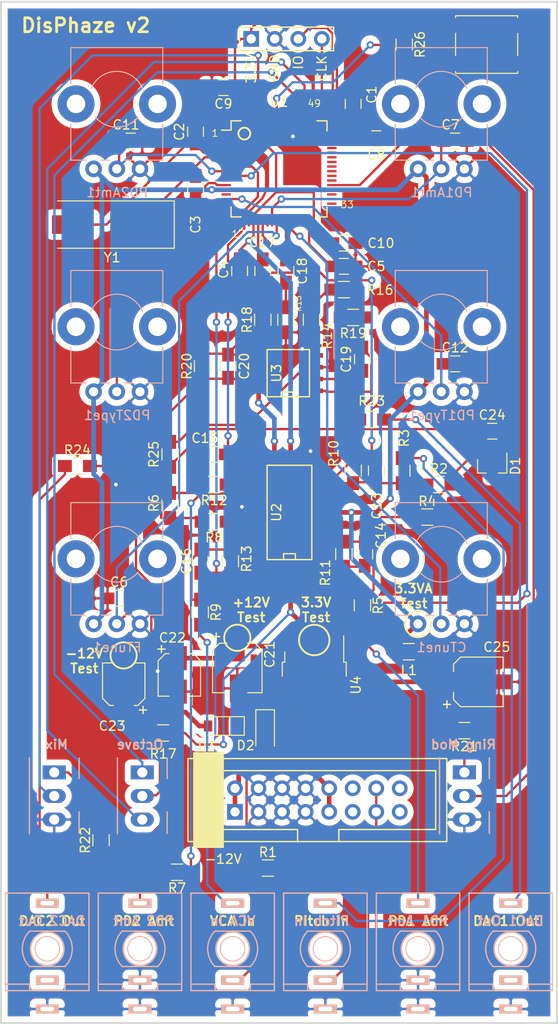
<source format=kicad_pcb>
(kicad_pcb (version 20221018) (generator pcbnew)
  (layers (0 "F.Cu" signal) (31 "B.Cu" signal) (34 "B.Paste" user) (35 "F.Paste" user) (36 "B.SilkS" user "B.Silkscreen") (37 "F.SilkS" user "F.Silkscreen") (38 "B.Mask" user) (39 "F.Mask" user) (44 "Edge.Cuts" user))
  (net 0 "")
  (net 1 "GND")
  (net 2 "+3V3")
  (net 3 "Net-(C2-Pad1)")
  (net 4 "Net-(C3-Pad1)")
  (net 5 "Net-(C5-Pad2)")
  (net 6 "FTUNE")
  (net 7 "PD1_POT")
  (net 8 "Net-(C8-Pad1)")
  (net 9 "PD2_POT")
  (net 10 "PD1_TYPE")
  (net 11 "Net-(C13-Pad1)")
  (net 12 "V_OCT_CV")
  (net 13 "PD1_CV")
  (net 14 "Net-(C14-Pad1)")
  (net 15 "PD2_CV")
  (net 16 "Net-(C15-Pad1)")
  (net 17 "VCA")
  (net 18 "Net-(C16-Pad1)")
  (net 19 "Net-(C17-Pad1)")
  (net 20 "DAC1_OUT")
  (net 21 "Net-(C18-Pad1)")
  (net 22 "DAC2_OUT")
  (net 23 "Net-(C19-Pad2)")
  (net 24 "Net-(C19-Pad1)")
  (net 25 "Net-(C20-Pad2)")
  (net 26 "Net-(C20-Pad1)")
  (net 27 "VCC")
  (net 28 "VEE")
  (net 29 "AREF_-5")
  (net 30 "SWCLK")
  (net 31 "SWDIO")
  (net 32 "CV_IN")
  (net 33 "Net-(J2-Pad3)")
  (net 34 "Net-(J3-Pad3)")
  (net 35 "Net-(J4-Pad3)")
  (net 36 "Net-(J5-Pad3)")
  (net 37 "Net-(J5-Pad2)")
  (net 38 "Net-(J6-Pad2)")
  (net 39 "Net-(J6-Pad3)")
  (net 40 "Net-(J7-Pad2)")
  (net 41 "Net-(J7-Pad3)")
  (net 42 "-12V")
  (net 43 "+12V")
  (net 44 "Net-(J8-Pad11)")
  (net 45 "Net-(J8-Pad12)")
  (net 46 "Net-(J8-Pad15)")
  (net 47 "Net-(J8-Pad16)")
  (net 48 "+3.3VA")
  (net 49 "Net-(R17-Pad1)")
  (net 50 "Net-(R21-Pad2)")
  (net 51 "Net-(R22-Pad2)")
  (net 52 "CTUNE")
  (net 53 "PD2_TYPE")
  (net 54 "DAC1_RING_MOD")
  (net 55 "DAC2_MIX")
  (net 56 "OCTAVE_UP")
  (net 57 "OCTAVE_DN")
  (net 58 "Net-(U1-Pad1)")
  (net 59 "Net-(U1-Pad2)")
  (net 60 "Net-(U1-Pad3)")
  (net 61 "Net-(U1-Pad4)")
  (net 62 "Net-(U1-Pad7)")
  (net 63 "Net-(U1-Pad11)")
  (net 64 "Net-(U1-Pad14)")
  (net 65 "Net-(U1-Pad22)")
  (net 66 "Net-(U1-Pad25)")
  (net 67 "Net-(U1-Pad28)")
  (net 68 "Net-(U1-Pad29)")
  (net 69 "Net-(U1-Pad30)")
  (net 70 "Net-(U1-Pad35)")
  (net 71 "Net-(U1-Pad36)")
  (net 72 "Net-(U1-Pad38)")
  (net 73 "Net-(U1-Pad39)")
  (net 74 "Net-(U1-Pad40)")
  (net 75 "Net-(U1-Pad41)")
  (net 76 "Net-(U1-Pad42)")
  (net 77 "Net-(U1-Pad43)")
  (net 78 "Net-(U1-Pad44)")
  (net 79 "Net-(U1-Pad45)")
  (net 80 "Net-(U1-Pad50)")
  (net 81 "Net-(U1-Pad52)")
  (net 82 "Net-(U1-Pad54)")
  (net 83 "Net-(U1-Pad55)")
  (net 84 "Net-(U1-Pad56)")
  (net 85 "Net-(U1-Pad58)")
  (net 86 "Net-(U1-Pad59)")
  (net 87 "Net-(U1-Pad60)")
  (net 88 "Net-(U1-Pad62)")
  (net 89 "Net-(U1-Pad33)")
  (net 90 "Net-(U1-Pad34)")
  (net 91 "Calibration")
  (net 92 "Net-(R26-Pad2)")
  (footprint "Capacitors_SMD:C_0805_HandSoldering" (layer "F.Cu") (at 138 61 90)
    (fp_text reference "C1")
    (fp_text value "100nF")
  )
  (footprint "Capacitors_SMD:C_0805_HandSoldering" (layer "F.Cu") (at 121 64 90)
    (fp_text reference "C2")
    (fp_text value "18pF")
  )
  (footprint "Capacitors_SMD:C_0805_HandSoldering" (layer "F.Cu") (at 121 70 -90)
    (fp_text reference "C3")
    (fp_text value "18pF")
  )
  (footprint "Capacitors_SMD:C_0805_HandSoldering" (layer "F.Cu") (at 137 78.5 180)
    (fp_text reference "C5")
    (fp_text value "2.2uF")
  )
  (footprint "Capacitors_SMD:C_0805_HandSoldering" (layer "F.Cu") (at 112.75 114.25 180)
    (fp_text reference "C6")
    (fp_text value "100nF")
  )
  (footprint "Capacitors_SMD:C_0805_HandSoldering" (layer "F.Cu") (at 149 65)
    (fp_text reference "C7")
    (fp_text value "100nF")
  )
  (footprint "Capacitors_SMD:C_0805_HandSoldering" (layer "F.Cu") (at 140.5 64.75)
    (fp_text reference "C8")
    (fp_text value "2.2uF")
  )
  (footprint "Capacitors_SMD:C_0805_HandSoldering" (layer "F.Cu") (at 124 59.25 180)
    (fp_text reference "C9")
    (fp_text value "100nF")
  )
  (footprint "Capacitors_SMD:C_0805_HandSoldering" (layer "F.Cu") (at 137 76)
    (fp_text reference "C10")
    (fp_text value "100nF")
  )
  (footprint "Capacitors_SMD:C_0805_HandSoldering" (layer "F.Cu") (at 114 65)
    (fp_text reference "C11")
    (fp_text value "100nF")
  )
  (footprint "Capacitors_SMD:C_0805_HandSoldering" (layer "F.Cu") (at 149 89)
    (fp_text reference "C12")
    (fp_text value "100nF")
  )
  (footprint "Capacitors_SMD:C_0805_HandSoldering" (layer "F.Cu") (at 140.5 100.5 90)
    (fp_text reference "C13")
    (fp_text value "1.5nF")
  )
  (footprint "Capacitors_SMD:C_0805_HandSoldering" (layer "F.Cu") (at 139.25 109.5 -90)
    (fp_text reference "C14")
    (fp_text value "2.2nF")
  )
  (footprint "Capacitors_SMD:C_0805_HandSoldering" (layer "F.Cu") (at 123 98.75)
    (fp_text reference "C15")
    (fp_text value "2.2nF")
  )
  (footprint "Capacitors_SMD:C_0805_HandSoldering" (layer "F.Cu") (at 128.25 79 90)
    (fp_text reference "C17")
    (fp_text value "10uF")
  )
  (footprint "Capacitors_SMD:C_0805_HandSoldering" (layer "F.Cu") (at 130.75 79 90)
    (fp_text reference "C18")
    (fp_text value "10uF")
  )
  (footprint "Capacitors_SMD:C_0805_HandSoldering" (layer "F.Cu") (at 139 88.5 90)
    (fp_text reference "C19")
    (fp_text value "18pF")
  )
  (footprint "Capacitors_SMD:C_0805_HandSoldering" (layer "F.Cu") (at 124.5 89.25 -90)
    (fp_text reference "C20")
    (fp_text value "18pF")
  )
  (footprint "Capacitors_SMD:C_0805_HandSoldering" (layer "F.Cu") (at 153 96.25)
    (fp_text reference "C24")
    (fp_text value "100nF")
  )
  (footprint "Custom_Footprints:Eurorack_16_pin_header" (layer "F.Cu") (at 125.25 137.25)
    (fp_text reference "J8" hide)
    (fp_text value "Eurorack_16_pin_power" hide)
  )
  (footprint "Resistors_SMD:R_0805_HandSoldering" (layer "F.Cu") (at 144 120)
    (fp_text reference "L1")
    (fp_text value "L")
  )
  (footprint "Resistors_SMD:R_0805_HandSoldering" (layer "F.Cu") (at 128.8 143.3)
    (fp_text reference "R1")
    (fp_text value "47k")
  )
  (footprint "Resistors_SMD:R_0805_HandSoldering" (layer "F.Cu") (at 147.25 102)
    (fp_text reference "R2")
    (fp_text value "82k")
  )
  (footprint "Resistors_SMD:R_0805_HandSoldering" (layer "F.Cu") (at 143.25 100.5 90)
    (fp_text reference "R3")
    (fp_text value "100k")
  )
  (footprint "Resistors_SMD:R_0805_HandSoldering" (layer "F.Cu") (at 146 105.5)
    (fp_text reference "R4")
    (fp_text value "91k")
  )
  (footprint "Resistors_SMD:R_0805_HandSoldering" (layer "F.Cu") (at 139 115 -90)
    (fp_text reference "R5")
    (fp_text value "100k")
  )
  (footprint "Resistors_SMD:R_0805_HandSoldering" (layer "F.Cu") (at 118.25 104.25 -90)
    (fp_text reference "R6")
    (fp_text value "68k")
  )
  (footprint "Resistors_SMD:R_0805_HandSoldering" (layer "F.Cu") (at 119 143.75 180)
    (fp_text reference "R7")
    (fp_text value "100k")
  )
  (footprint "Resistors_SMD:R_0805_HandSoldering" (layer "F.Cu") (at 123 106 180)
    (fp_text reference "R8")
    (fp_text value "68k")
  )
  (footprint "Resistors_SMD:R_0805_HandSoldering" (layer "F.Cu") (at 121.5 115.75 -90)
    (fp_text reference "R9")
    (fp_text value "100k")
  )
  (footprint "Resistors_SMD:R_0805_HandSoldering" (layer "F.Cu") (at 138 100.5 -90)
    (fp_text reference "R10")
    (fp_text value "47k")
  )
  (footprint "Resistors_SMD:R_0805_HandSoldering" (layer "F.Cu") (at 137 109.5 90)
    (fp_text reference "R11")
    (fp_text value "56k")
  )
  (footprint "Resistors_SMD:R_0805_HandSoldering" (layer "F.Cu") (at 123 102 180)
    (fp_text reference "R12")
    (fp_text value "47k")
  )
  (footprint "Resistors_SMD:R_0805_HandSoldering" (layer "F.Cu") (at 124.75 110.25 90)
    (fp_text reference "R13")
    (fp_text value "47k")
  )
  (footprint "Resistors_SMD:R_0805_HandSoldering" (layer "F.Cu") (at 133.5 84.25 -90)
    (fp_text reference "R14")
    (fp_text value "47k")
  )
  (footprint "Resistors_SMD:R_0805_HandSoldering" (layer "F.Cu") (at 137 81 180)
    (fp_text reference "R16")
    (fp_text value "6.8k")
  )
  (footprint "Resistors_SMD:R_0805_HandSoldering" (layer "F.Cu") (at 117.5 128.75)
    (fp_text reference "R17")
    (fp_text value "680R")
  )
  (footprint "Resistors_SMD:R_0805_HandSoldering" (layer "F.Cu") (at 128.25 84.25 90)
    (fp_text reference "R18")
    (fp_text value "6.8k")
  )
  (footprint "Resistors_SMD:R_0805_HandSoldering" (layer "F.Cu") (at 121.75 89.25 90)
    (fp_text reference "R20")
    (fp_text value "68k")
  )
  (footprint "Resistors_SMD:R_0805_HandSoldering" (layer "F.Cu") (at 150 128.5 180)
    (fp_text reference "R21")
    (fp_text value "680R")
  )
  (footprint "Resistors_SMD:R_0805_HandSoldering" (layer "F.Cu") (at 110.8 140.3 90)
    (fp_text reference "R22")
    (fp_text value "680R")
  )
  (footprint "Resistors_SMD:R_0805_HandSoldering" (layer "F.Cu") (at 140 95 180)
    (fp_text reference "R23")
    (fp_text value "1k")
  )
  (footprint "Resistors_SMD:R_0805_HandSoldering" (layer "F.Cu") (at 108.25 100)
    (fp_text reference "R24")
    (fp_text value "1k")
  )
  (footprint "Package_QFP:LQFP-64_10x10mm_P0.5mm" (layer "F.Cu") (at 130 68)
    (fp_text reference "U1")
    (fp_text value "STM32F405RGTx")
  )
  (footprint "SMD_Packages:SOIC-14_N" (layer "F.Cu") (at 131 105 90)
    (fp_text reference "U2")
    (fp_text value "MCP6004")
  )
  (footprint "SMD_Packages:SOIC-8-N" (layer "F.Cu") (at 131 90 90)
    (fp_text reference "U3")
    (fp_text value "TL072")
  )
  (footprint "Custom_Footprints:Crystal_SMD" (layer "F.Cu") (at 112 74 180)
    (fp_text reference "Y1")
    (fp_text value "Crystal")
  )
  (footprint "Custom_Footprints:SWD_header" (layer "F.Cu") (at 127 54)
    (fp_text reference "J1" hide)
    (fp_text value "SWD_Header")
  )
  (footprint "TO_SOT_Packages_SMD:SOT-23" (layer "F.Cu") (at 153 100 -90)
    (fp_text reference "D1")
    (fp_text value "LM4040DBZ-5")
  )
  (footprint "Diodes_SMD:D_SOD-123" (layer "F.Cu") (at 124 128 180)
    (fp_text reference "D3")
    (fp_text value "1N5819")
  )
  (footprint "Diodes_SMD:D_SOD-123" (layer "F.Cu") (at 128.5 128.5 -90)
    (fp_text reference "D2")
    (fp_text value "1N5819")
  )
  (footprint "Resistors_SMD:R_0805_HandSoldering" (layer "F.Cu") (at 118.25 98.75 -90)
    (fp_text reference "R25")
    (fp_text value "2.2k")
  )
  (footprint "Resistors_SMD:R_0805_HandSoldering" (layer "F.Cu") (at 138 84 180)
    (fp_text reference "R19")
    (fp_text value "68k")
  )
  (footprint "Capacitors_SMD:CP_Elec_5x5.8" (layer "F.Cu") (at 125.5 121.75 -90)
    (fp_text reference "C21")
    (fp_text value "47uF")
  )
  (footprint "Capacitors_SMD:CP_Elec_4x5.8" (layer "F.Cu") (at 119.25 122.5 -90)
    (fp_text reference "C22")
    (fp_text value "22uF")
  )
  (footprint "Capacitors_SMD:CP_Elec_4x5.8" (layer "F.Cu") (at 113.25 123.5 90)
    (fp_text reference "C23")
    (fp_text value "22uF")
  )
  (footprint "Capacitors_SMD:CP_Elec_5x5.8" (layer "F.Cu") (at 151.5 123.25)
    (fp_text reference "C25")
    (fp_text value "47uF")
  )
  (footprint "Resistors_SMD:R_0805_HandSoldering" (layer "F.Cu") (at 130.75 84.25 -90)
    (fp_text reference "R15")
    (fp_text value "47k")
  )
  (footprint "Capacitors_SMD:C_0805_HandSoldering" (layer "F.Cu") (at 121.5 110.25 -90)
    (fp_text reference "C16")
    (fp_text value "1.5nF")
  )
  (footprint "Capacitors_SMD:C_0805_HandSoldering" (layer "F.Cu") (at 125.75 79 -90)
    (fp_text reference "C4")
    (fp_text value "100nF")
  )
  (footprint "TO_SOT_Packages_SMD:TO-252-3_TabPin2" (layer "F.Cu") (at 133.8 123.6 -90)
    (fp_text reference "U4")
    (fp_text value "LM1117-3.3")
  )
  (footprint "Custom_Footprints:SW_SPST_EVQQ2" (layer "F.Cu") (at 152.4 54.61)
    (fp_text reference "SW4" hide)
    (fp_text value "SW_Push")
  )
  (footprint "Resistors_SMD:R_0805_HandSoldering" (layer "F.Cu") (at 143.51 54.61 -90)
    (fp_text reference "R26")
    (fp_text value "680R")
  )
  (footprint "Custom_Footprints:THONKICONN_hole" (layer "B.Cu") (at 135 152 180)
    (fp_text reference "J2" hide)
    (fp_text value "PItch_In" hide)
  )
  (footprint "Custom_Footprints:THONKICONN_hole" (layer "B.Cu") (at 145 152 180)
    (fp_text reference "J3" hide)
    (fp_text value "PD1_Amt_In" hide)
  )
  (footprint "Custom_Footprints:THONKICONN_hole" (layer "B.Cu") (at 115 152 180)
    (fp_text reference "J4" hide)
    (fp_text value "PD2_Amt_In" hide)
  )
  (footprint "Custom_Footprints:THONKICONN_hole" (layer "B.Cu") (at 125 152 180)
    (fp_text reference "J5" hide)
    (fp_text value "VCA_In" hide)
  )
  (footprint "Custom_Footprints:THONKICONN_hole" (layer "B.Cu") (at 155 152 180)
    (fp_text reference "J6" hide)
    (fp_text value "DAC1_Out" hide)
  )
  (footprint "Custom_Footprints:THONKICONN_hole" (layer "B.Cu") (at 105 152 180)
    (fp_text reference "J7" hide)
    (fp_text value "DAC2_Out" hide)
  )
  (footprint "Custom_Footprints:SPDTSubMiniature" (layer "B.Cu") (at 150 133 -90)
    (fp_text reference "SW1" hide)
    (fp_text value "DAC1_RingMod_Switch")
  )
  (footprint "Custom_Footprints:SPDTSubMiniature" (layer "B.Cu") (at 105.75 133 -90)
    (fp_text reference "SW2" hide)
    (fp_text value "DAC2_Mix_Switch")
  )
  (footprint "Custom_Footprints:SPDTSubMiniature" (layer "B.Cu") (at 115.25 133 -90)
    (fp_text reference "SW3" hide)
    (fp_text value "Octave_Switch")
  )
  (footprint "Custom_Footprints:Alpha_9mm_Potentiometer" (layer "B.Cu") (at 145 117 90)
    (fp_text reference "CTune1")
    (fp_text value "B10k")
  )
  (footprint "Custom_Footprints:Alpha_9mm_Potentiometer" (layer "B.Cu") (at 110 117 90)
    (fp_text reference "FTune1")
    (fp_text value "B10k")
  )
  (footprint "Custom_Footprints:Alpha_9mm_Potentiometer" (layer "B.Cu") (at 145 68 90)
    (fp_text reference "PD1Amt1")
    (fp_text value "B10k")
  )
  (footprint "Custom_Footprints:Alpha_9mm_Potentiometer" (layer "B.Cu") (at 145 92 90)
    (fp_text reference "PD1Type1")
    (fp_text value "B10k")
  )
  (footprint "Custom_Footprints:Alpha_9mm_Potentiometer" (layer "B.Cu") (at 110 68 90)
    (fp_text reference "PD2Amt1")
    (fp_text value "B10k")
  )
  (footprint "Custom_Footprints:Alpha_9mm_Potentiometer" (layer "B.Cu") (at 110 92 90)
    (fp_text reference "PD2Type1")
    (fp_text value "B10k")
  )
  (footprint "Custom_Footprints:SPDTSubMiniature" (layer "B.Cu") (at 150 133 -90)
    (fp_text reference "SW1" hide)
    (fp_text value "DAC1_RingMod_Switch")
  )
  (footprint "Custom_Footprints:SPDTSubMiniature" (layer "B.Cu") (at 150 133 -90)
    (fp_text reference "SW1" hide)
    (fp_text value "DAC1_RingMod_Switch")
  )
  (gr_circle (center 113.235787 120.4) (end 114.235787 121.4) (stroke (width 0.2)) (fill none) (layer "F.SilkS"))
  (gr_circle (center 126.259688 64.2) (end 126.759688 64.6) (stroke (width 0.2)) (fill none) (layer "F.SilkS"))
  (gr_circle (center 133.8 118.742322) (end 134.8 120.045097) (stroke (width 0.2)) (fill none) (layer "F.SilkS"))
  (gr_circle (center 125.5 118.5) (end 126.5 119.5) (stroke (width 0.2)) (fill none) (layer "F.SilkS"))
  (gr_circle (center 144.985787 117) (end 145.985787 118) (stroke (width 0.2)) (fill none) (layer "F.SilkS"))
  (gr_line (start 100 160) (end 160 160) (stroke (width 0.2)) (layer "Edge.Cuts"))
  (gr_line (start 160 50) (end 160 160) (stroke (width 0.2)) (layer "Edge.Cuts"))
  (gr_line (start 100 50) (end 160 50) (stroke (width 0.2)) (layer "Edge.Cuts"))
  (gr_line (start 100 50) (end 100 160) (stroke (width 0.2)) (layer "Edge.Cuts"))
  (gr_text "DAC1 Out" (at 155 149) (layer "B.SilkS") (effects (font (size 1 1) (thickness 0.2)) (justify mirror)))
  (gr_text "PD1 Amt" (at 145 149) (layer "B.SilkS") (effects (font (size 1 1) (thickness 0.2)) (justify mirror)))
  (gr_text "Pitch In" (at 134.6 149) (layer "B.SilkS") (effects (font (size 1 1) (thickness 0.2)) (justify mirror)))
  (gr_text "VCA In" (at 125 149) (layer "B.SilkS") (effects (font (size 1 1) (thickness 0.2)) (justify mirror)))
  (gr_text "PD2 Amt" (at 115.4 149) (layer "B.SilkS") (effects (font (size 1 1) (thickness 0.2)) (justify mirror)))
  (gr_text "DAC2 Out" (at 105.5 149) (layer "B.SilkS") (effects (font (size 1 1) (thickness 0.2)) (justify mirror)))
  (gr_text "Ring Mod" (at 149.9 130) (layer "B.SilkS") (effects (font (size 1 1) (thickness 0.2)) (justify mirror)))
  (gr_text "Octave" (at 115 130) (layer "B.SilkS") (effects (font (size 1 1) (thickness 0.2)) (justify mirror)))
  (gr_text "Mix" (at 106 130) (layer "B.SilkS") (effects (font (size 1 1) (thickness 0.2)) (justify mirror)))
  (gr_text "PD2 Amt" (at 115.4 149) (layer "F.SilkS") (effects (font (size 1 1) (thickness 0.2))))
  (gr_text "PD1 Amt" (at 145 149) (layer "F.SilkS") (effects (font (size 1 1) (thickness 0.2))))
  (gr_text "DAC1 Out" (at 154.5 149) (layer "F.SilkS") (effects (font (size 1 1) (thickness 0.2))))
  (gr_text "VCA In" (at 125 149) (layer "F.SilkS") (effects (font (size 1 1) (thickness 0.2))))
  (gr_text "Pitch In" (at 134.6 149) (layer "F.SilkS") (effects (font (size 1 1) (thickness 0.2))))
  (gr_text "+12V\nTest" (at 127 115.5) (layer "F.SilkS") (effects (font (size 1 1) (thickness 0.2))))
  (gr_text "3.3VA\nTest" (at 144.5 114) (layer "F.SilkS") (effects (font (size 1 1) (thickness 0.2))))
  (gr_text "3.3V\nTest" (at 134 115.5) (layer "F.SilkS") (effects (font (size 1 1) (thickness 0.2))))
  (gr_text "17" (at 125.6 75) (layer "F.SilkS") (effects (font (size 0.75 0.75) (thickness 0.1))))
  (gr_text "33" (at 137.35 71.85) (layer "F.SilkS") (effects (font (size 0.75 0.75) (thickness 0.1))))
  (gr_text "49" (at 133.8 60.95) (layer "F.SilkS") (effects (font (size 0.75 0.75) (thickness 0.1))))
  (gr_text "1" (at 123.1 64.15) (layer "F.SilkS") (effects (font (size 0.75 0.75) (thickness 0.1))))
  (gr_text "DisPhaze v2" (at 109.15 52.55) (layer "F.SilkS") (effects (font (size 1.5 1.5) (thickness 0.3))))
  (gr_text "-12V\nTest" (at 109 121) (layer "F.SilkS") (effects (font (size 1 1) (thickness 0.2))))
  (gr_text "DAC2 Out" (at 105.5 149) (layer "F.SilkS") (effects (font (size 1 1) (thickness 0.2))))
  (segment (start 121 71.125) (end 121 71.25) (width 0.25) (layer "F.Cu") (net 1))
  (segment (start 124.3 69.75) (end 123.323002 69.75) (width 0.25) (layer "F.Cu") (net 1))
  (segment (start 126.75 62.3) (end 126.75 62.91359) (width 0.25) (layer "F.Cu") (net 1))
  (segment (start 127.33641 63.5) (end 128 63.5) (width 0.25) (layer "F.Cu") (net 1))
  (segment (start 121.875 70.051998) (end 121.875 70.25) (width 0.25) (layer "F.Cu") (net 1))
  (segment (start 123.098001 69.524999) (end 122.401999 69.524999) (width 0.25) (layer "F.Cu") (net 1))
  (segment (start 122.401999 69.524999) (end 121.875 70.051998) (width 0.25) (layer "F.Cu") (net 1))
  (segment (start 123.323002 69.75) (end 123.098001 69.524999) (width 0.25) (layer "F.Cu") (net 1))
  (segment (start 126.75 62.91359) (end 127.33641 63.5) (width 0.25) (layer "F.Cu") (net 1))
  (segment (start 126.75 73.7) (end 126.75 72.626408) (width 0.25) (layer "F.Cu") (net 1))
  (segment (start 121.875 70.25) (end 121 71.125) (width 0.25) (layer "F.Cu") (net 1))
  (segment (start 126.75 72.626408) (end 128.175011 71.201397) (width 0.25) (layer "F.Cu") (net 1))
  (segment (start 128.175011 71.201397) (end 128.5 70.6) (width 0.25) (layer "F.Cu") (net 1))
  (via (at 112.4 102) (size 0.8) (drill 0.4) (layers "F.Cu" "B.Cu") (net 1))
  (via (at 116.9 122.1) (size 0.8) (drill 0.4) (layers "F.Cu" "B.Cu") (net 1))
  (via (at 126 104.4) (size 0.8) (drill 0.4) (layers "F.Cu" "B.Cu") (net 1))
  (via (at 132.5 87.4) (size 0.8) (drill 0.4) (layers "F.Cu" "B.Cu") (net 1))
  (via (at 131.5 64.5) (size 0.8) (drill 0.4) (layers "F.Cu" "B.Cu") (net 1))
  (via (at 133.4 98.4) (size 0.8) (drill 0.4) (layers "F.Cu" "B.Cu") (net 1))
  (segment (start 151.35 128.5) (end 151.35 124.6) (width 0.5) (layer "F.Cu") (net 2))
  (segment (start 145.35 120) (end 145.35 123.25) (width 0.5) (layer "F.Cu") (net 2))
  (segment (start 135.370401 52.374989) (end 127.525011 52.374989) (width 0.25) (layer "F.Cu") (net 2))
  (segment (start 136.3 124.3) (end 134 126.6) (width 0.5) (layer "F.Cu") (net 2))
  (segment (start 127 52.9) (end 127 54) (width 0.25) (layer "F.Cu") (net 2))
  (segment (start 138 62.375) (end 138 62.25) (width 0.25) (layer "F.Cu") (net 2))
  (segment (start 137.125 62.25) (end 136.245011 61.370011) (width 0.25) (layer "F.Cu") (net 2))
  (segment (start 127.525011 52.374989) (end 127 52.9) (width 0.25) (layer "F.Cu") (net 2))
  (segment (start 127.25 72.95) (end 129.689998 70.510002) (width 0.25) (layer "F.Cu") (net 2))
  (segment (start 136.245011 61.370011) (end 136.24501 53.249598) (width 0.25) (layer "F.Cu") (net 2))
  (segment (start 136.255412 53.26) (end 136.24501 53.249598) (width 0.25) (layer "F.Cu") (net 2))
  (segment (start 133.75 73.7) (end 133.75 70.510002) (width 0.25) (layer "F.Cu") (net 2))
  (segment (start 131.25 97.3) (end 131.25 115.75) (width 0.5) (layer "F.Cu") (net 2))
  (segment (start 126.25 63.05) (end 129.689998 66.489998) (width 0.25) (layer "F.Cu") (net 2))
  (segment (start 150 123.25) (end 149.3 123.25) (width 0.5) (layer "F.Cu") (net 2))
  (segment (start 126.25 61.925) (end 125.25 60.925) (width 0.25) (layer "F.Cu") (net 2))
  (segment (start 126.75 75.75) (end 127.25 75.25) (width 0.25) (layer "F.Cu") (net 2))
  (segment (start 118.85 128.75) (end 118.85 136.985002) (width 0.25) (layer "F.Cu") (net 2))
  (segment (start 133.8 119.4) (end 133.8 118.3) (width 0.5) (layer "F.Cu") (net 2))
  (segment (start 135.7 64.25) (end 136.125 64.25) (width 0.25) (layer "F.Cu") (net 2))
  (segment (start 126.25 62.3) (end 126.25 61.925) (width 0.25) (layer "F.Cu") (net 2))
  (segment (start 125.75 77.75) (end 125.75 76.75) (width 0.25) (layer "F.Cu") (net 2))
  (segment (start 118.85 136.985002) (end 114.185002 141.65) (width 0.25) (layer "F.Cu") (net 2))
  (segment (start 127.25 75.25) (end 127.25 73.7) (width 0.25) (layer "F.Cu") (net 2))
  (segment (start 126.25 62.3) (end 126.25 63.05) (width 0.25) (layer "F.Cu") (net 2))
  (segment (start 114.185002 141.65) (end 110.8 141.65) (width 0.25) (layer "F.Cu") (net 2))
  (segment (start 138 62.25) (end 137.125 62.25) (width 0.25) (layer "F.Cu") (net 2))
  (segment (start 126.25 63.010002) (end 126.25 62.3) (width 0.25) (layer "F.Cu") (net 2))
  (segment (start 118.85 128.75) (end 119.85 128.75) (width 0.25) (layer "F.Cu") (net 2))
  (segment (start 125.75 76.75) (end 126.75 75.75) (width 0.25) (layer "F.Cu") (net 2))
  (segment (start 119.85 128.75) (end 121.1 130) (width 0.25) (layer "F.Cu") (net 2))
  (segment (start 129.689998 70.510002) (end 133.75 70.510002) (width 0.25) (layer "F.Cu") (net 2))
  (segment (start 135.675 76) (end 135.75 76) (width 0.25) (layer "F.Cu") (net 2))
  (segment (start 133.75 74.075) (end 135.675 76) (width 0.25) (layer "F.Cu") (net 2))
  (segment (start 136.24501 53.249598) (end 135.370401 52.374989) (width 0.25) (layer "F.Cu") (net 2))
  (segment (start 129.689998 66.489998) (end 129.689998 70.510002) (width 0.25) (layer "F.Cu") (net 2))
  (segment (start 121.1 130) (end 124 130) (width 0.25) (layer "F.Cu") (net 2))
  (segment (start 145.35 123.25) (end 136.25 123.25) (width 0.5) (layer "F.Cu") (net 2))
  (segment (start 143.51 53.26) (end 136.255412 53.26) (width 0.25) (layer "F.Cu") (net 2))
  (segment (start 136.25 123.25) (end 133.8 125.7) (width 0.5) (layer "F.Cu") (net 2))
  (segment (start 125.9 54) (end 127 54) (width 0.25) (layer "F.Cu") (net 2))
  (segment (start 151.35 124.6) (end 150 123.25) (width 0.5) (layer "F.Cu") (net 2))
  (segment (start 133.8 119.4) (end 133.8 125.7) (width 0.5) (layer "F.Cu") (net 2))
  (segment (start 125.25 60.925) (end 125.25 59.25) (width 0.25) (layer "F.Cu") (net 2))
  (segment (start 136.125 64.25) (end 138 62.375) (width 0.25) (layer "F.Cu") (net 2))
  (segment (start 133.8 118.3) (end 131.25 115.75) (width 0.5) (layer "F.Cu") (net 2))
  (segment (start 127.25 73.7) (end 127.25 72.95) (width 0.25) (layer "F.Cu") (net 2))
  (segment (start 149.3 123.25) (end 145.35 123.25) (width 0.5) (layer "F.Cu") (net 2))
  (segment (start 125.25 59.25) (end 125.25 54.65) (width 0.25) (layer "F.Cu") (net 2))
  (segment (start 125.25 54.65) (end 125.9 54) (width 0.25) (layer "F.Cu") (net 2))
  (segment (start 133.75 73.7) (end 133.75 74.075) (width 0.25) (layer "F.Cu") (net 2))
  (via (at 131.25 97.3) (size 0.8) (drill 0.4) (layers "F.Cu" "B.Cu") (net 2))
  (via (at 124 130) (size 0.8) (drill 0.4) (layers "F.Cu" "B.Cu") (net 2))
  (via (at 126.75 75.75) (size 0.8) (drill 0.4) (layers "F.Cu" "B.Cu") (net 2))
  (via (at 131.25 115.75) (size 0.8) (drill 0.4) (layers "F.Cu" "B.Cu") (net 2))
  (segment (start 131.25 80.25) (end 126.75 75.75) (width 0.5) (layer "B.Cu") (net 2))
  (segment (start 124 130) (end 124 123) (width 0.25) (layer "B.Cu") (net 2))
  (segment (start 131.25 97.3) (end 131.25 80.25) (width 0.5) (layer "B.Cu") (net 2))
  (segment (start 124 123) (end 131.25 115.75) (width 0.25) (layer "B.Cu") (net 2))
  (segment (start 121 65.375) (end 121 65.25) (width 0.25) (layer "F.Cu") (net 3))
  (segment (start 121 65.25) (end 120.125 65.25) (width 0.25) (layer "F.Cu") (net 3))
  (segment (start 111.375 74) (end 107.75 74) (width 0.25) (layer "F.Cu") (net 3))
  (segment (start 120.125 65.25) (end 111.375 74) (width 0.25) (layer "F.Cu") (net 3))
  (segment (start 124.3 66.25) (end 121.875 66.25) (width 0.25) (layer "F.Cu") (net 3))
  (segment (start 121.875 66.25) (end 121 65.375) (width 0.25) (layer "F.Cu") (net 3))
  (segment (start 121 67.75) (end 122 66.75) (width 0.25) (layer "F.Cu") (net 4))
  (segment (start 120.125 68.75) (end 116.25 72.625) (width 0.25) (layer "F.Cu") (net 4))
  (segment (start 116.25 72.625) (end 116.25 74) (width 0.25) (layer "F.Cu") (net 4))
  (segment (start 121 68.75) (end 121 67.75) (width 0.25) (layer "F.Cu") (net 4))
  (segment (start 122 66.75) (end 124.3 66.75) (width 0.25) (layer "F.Cu") (net 4))
  (segment (start 121 68.75) (end 120.125 68.75) (width 0.25) (layer "F.Cu") (net 4))
  (segment (start 133.25 73.7) (end 133.25 76.125) (width 0.25) (layer "F.Cu") (net 5))
  (segment (start 133.25 76.125) (end 135.625 78.5) (width 0.25) (layer "F.Cu") (net 5))
  (segment (start 135.625 78.5) (end 135.75 78.5) (width 0.25) (layer "F.Cu") (net 5))
  (segment (start 112.5 117) (end 114 115.5) (width 0.25) (layer "F.Cu") (net 6))
  (segment (start 129.75 73.7) (end 129.75 75.15) (width 0.25) (layer "F.Cu") (net 6))
  (segment (start 129.75 75.15) (end 129.7 75.2) (width 0.25) (layer "F.Cu") (net 6))
  (segment (start 114 115.5) (end 114 114.25) (width 0.25) (layer "F.Cu") (net 6))
  (via (at 129.7 75.2) (size 0.8) (drill 0.4) (layers "F.Cu" "B.Cu") (net 6))
  (segment (start 129.300001 74.800001) (end 126.626997 74.800001) (width 0.25) (layer "B.Cu") (net 6))
  (segment (start 126.626997 74.800001) (end 119.225001 82.201997) (width 0.25) (layer "B.Cu") (net 6))
  (segment (start 129.7 75.2) (end 129.300001 74.800001) (width 0.25) (layer "B.Cu") (net 6))
  (segment (start 119.225001 104.233997) (end 112.5 110.958998) (width 0.25) (layer "B.Cu") (net 6))
  (segment (start 119.225001 82.201997) (end 119.225001 104.233997) (width 0.25) (layer "B.Cu") (net 6))
  (segment (start 112.5 110.958998) (end 112.5 117) (width 0.25) (layer "B.Cu") (net 6))
  (segment (start 129.25 72.25) (end 130.25 71.25) (width 0.25) (layer "F.Cu") (net 7))
  (segment (start 147.5 68) (end 147.5 65.25) (width 0.25) (layer "F.Cu") (net 7))
  (segment (start 147.5 65.25) (end 147.75 65) (width 0.25) (layer "F.Cu") (net 7))
  (segment (start 129.25 73.7) (end 129.25 72.25) (width 0.25) (layer "F.Cu") (net 7))
  (via (at 130.25 71.25) (size 0.8) (drill 0.4) (layers "F.Cu" "B.Cu") (net 7))
  (segment (start 130.25 71.25) (end 144 71.25) (width 0.25) (layer "B.Cu") (net 7))
  (segment (start 146.600001 68.899999) (end 147.5 68) (width 0.25) (layer "B.Cu") (net 7))
  (segment (start 144 71.25) (end 146.600001 68.899999) (width 0.25) (layer "B.Cu") (net 7))
  (segment (start 135.7 64.75) (end 139.25 64.75) (width 0.25) (layer "F.Cu") (net 8))
  (segment (start 112.75 65) (end 112.75 67.75) (width 0.25) (layer "F.Cu") (net 9))
  (segment (start 124.3 68.25) (end 122.75 68.25) (width 0.25) (layer "F.Cu") (net 9))
  (segment (start 112.75 67.75) (end 112.5 68) (width 0.25) (layer "F.Cu") (net 9))
  (via (at 122.75 68.25) (size 0.8) (drill 0.4) (layers "F.Cu" "B.Cu") (net 9))
  (segment (start 121 66.5) (end 114 66.5) (width 0.25) (layer "B.Cu") (net 9))
  (segment (start 114 66.5) (end 112.5 68) (width 0.25) (layer "B.Cu") (net 9))
  (segment (start 122.75 68.25) (end 121 66.5) (width 0.25) (layer "B.Cu") (net 9))
  (segment (start 147.5 92) (end 147.5 89.25) (width 0.25) (layer "F.Cu") (net 10))
  (segment (start 124.3 71.25) (end 126 71.25) (width 0.25) (layer "F.Cu") (net 10))
  (segment (start 147.5 89.25) (end 147.75 89) (width 0.25) (layer "F.Cu") (net 10))
  (via (at 126 71.25) (size 0.8) (drill 0.4) (layers "F.Cu" "B.Cu") (net 10))
  (segment (start 127.850009 72.100009) (end 133.641011 72.100009) (width 0.25) (layer "B.Cu") (net 10))
  (segment (start 133.641011 72.100009) (end 147.5 85.958998) (width 0.25) (layer "B.Cu") (net 10))
  (segment (start 126 71.25) (end 127.850009 72.100009) (width 0.25) (layer "B.Cu") (net 10))
  (segment (start 147.5 85.958998) (end 147.5 92) (width 0.25) (layer "B.Cu") (net 10))
  (segment (start 143.4 102) (end 143.25 101.85) (width 0.25) (layer "F.Cu") (net 11))
  (segment (start 143.25 101.85) (end 140.6 101.85) (width 0.25) (layer "F.Cu") (net 11))
  (segment (start 145.9 102) (end 143.4 102) (width 0.25) (layer "F.Cu") (net 11))
  (segment (start 138.1 101.75) (end 138 101.85) (width 0.25) (layer "F.Cu") (net 11))
  (segment (start 138 101.85) (end 134.408 101.85) (width 0.25) (layer "F.Cu") (net 11))
  (segment (start 140.5 101.75) (end 138.1 101.75) (width 0.25) (layer "F.Cu") (net 11))
  (segment (start 134.408 101.85) (end 134.302 101.956) (width 0.25) (layer "F.Cu") (net 11))
  (segment (start 134.302 101.956) (end 134.302 102.46) (width 0.25) (layer "F.Cu") (net 11))
  (segment (start 140.6 101.85) (end 140.5 101.75) (width 0.25) (layer "F.Cu") (net 11))
  (segment (start 140 98.75) (end 140.5 99.25) (width 0.25) (layer "F.Cu") (net 12))
  (segment (start 134.302 101.19) (end 136.06 101.19) (width 0.25) (layer "F.Cu") (net 12))
  (segment (start 138 99.25) (end 138 99.15) (width 0.25) (layer "F.Cu") (net 12))
  (segment (start 136.06 101.19) (end 138 99.25) (width 0.25) (layer "F.Cu") (net 12))
  (segment (start 140.4 99.15) (end 140.5 99.25) (width 0.25) (layer "F.Cu") (net 12))
  (segment (start 138 99.15) (end 140.4 99.15) (width 0.25) (layer "F.Cu") (net 12))
  (segment (start 130.75 75.460002) (end 135.289998 80) (width 0.25) (layer "F.Cu") (net 12))
  (segment (start 135.289998 80) (end 140 80) (width 0.25) (layer "F.Cu") (net 12))
  (segment (start 130.75 73.7) (end 130.75 75.460002) (width 0.25) (layer "F.Cu") (net 12))
  (segment (start 140 97.25) (end 140 98.75) (width 0.25) (layer "F.Cu") (net 12))
  (via (at 140 97.25) (size 0.8) (drill 0.4) (layers "F.Cu" "B.Cu") (net 12))
  (via (at 140 80) (size 0.8) (drill 0.4) (layers "F.Cu" "B.Cu") (net 12))
  (segment (start 140 80) (end 140 97.25) (width 0.25) (layer "B.Cu") (net 12))
  (segment (start 135.06 108.81) (end 134.302 108.81) (width 0.25) (layer "F.Cu") (net 13))
  (segment (start 137 110.85) (end 137 110.75) (width 0.25) (layer "F.Cu") (net 13))
  (segment (start 124.3 68.75) (end 127 68.75) (width 0.25) (layer "F.Cu") (net 13))
  (segment (start 137 110.75) (end 135.06 108.81) (width 0.25) (layer "F.Cu") (net 13))
  (segment (start 156.75 113.75) (end 155.774999 114.725001) (width 0.25) (layer "F.Cu") (net 13))
  (segment (start 138.089999 114.725001) (end 137 113.635002) (width 0.25) (layer "F.Cu") (net 13))
  (segment (start 137 113.635002) (end 137 110.85) (width 0.25) (layer "F.Cu") (net 13))
  (segment (start 155.774999 114.725001) (end 138.089999 114.725001) (width 0.25) (layer "F.Cu") (net 13))
  (segment (start 137 110.85) (end 139.15 110.85) (width 0.25) (layer "F.Cu") (net 13))
  (segment (start 139.15 110.85) (end 139.25 110.75) (width 0.25) (layer "F.Cu") (net 13))
  (via (at 156.75 113.75) (size 0.8) (drill 0.4) (layers "F.Cu" "B.Cu") (net 13))
  (via (at 127 68.75) (size 0.8) (drill 0.4) (layers "F.Cu" "B.Cu") (net 13))
  (segment (start 152.8 66.3) (end 156.75 70.25) (width 0.25) (layer "B.Cu") (net 13))
  (segment (start 156.75 70.25) (end 156.75 113.75) (width 0.25) (layer "B.Cu") (net 13))
  (segment (start 129.4 66.3) (end 152.8 66.3) (width 0.25) (layer "B.Cu") (net 13))
  (segment (start 127 68.75) (end 129.4 66.3) (width 0.25) (layer "B.Cu") (net 13))
  (segment (start 139.25 108.375) (end 139.25 108.25) (width 0.25) (layer "F.Cu") (net 14))
  (segment (start 136.39 107.54) (end 137 108.15) (width 0.25) (layer "F.Cu") (net 14))
  (segment (start 139.25 107.25) (end 141 105.5) (width 0.25) (layer "F.Cu") (net 14))
  (segment (start 141 105.5) (end 144.65 105.5) (width 0.25) (layer "F.Cu") (net 14))
  (segment (start 134.302 107.54) (end 136.39 107.54) (width 0.25) (layer "F.Cu") (net 14))
  (segment (start 140.200001 109.325001) (end 139.25 108.375) (width 0.25) (layer "F.Cu") (net 14))
  (segment (start 137 108.15) (end 139.15 108.15) (width 0.25) (layer "F.Cu") (net 14))
  (segment (start 139 113.65) (end 139.9 113.65) (width 0.25) (layer "F.Cu") (net 14))
  (segment (start 139.15 108.15) (end 139.25 108.25) (width 0.25) (layer "F.Cu") (net 14))
  (segment (start 140.200001 113.349999) (end 140.200001 109.325001) (width 0.25) (layer "F.Cu") (net 14))
  (segment (start 139.9 113.65) (end 140.200001 113.349999) (width 0.25) (layer "F.Cu") (net 14))
  (segment (start 139.25 108.25) (end 139.25 107.25) (width 0.25) (layer "F.Cu") (net 14))
  (segment (start 124.5 76.2) (end 124.5 84.5) (width 0.25) (layer "F.Cu") (net 15))
  (segment (start 124.25 98.75) (end 124.25 101.9) (width 0.25) (layer "F.Cu") (net 15))
  (segment (start 126.25 74.45) (end 124.5 76.2) (width 0.25) (layer "F.Cu") (net 15))
  (segment (start 125.35 102) (end 126.16 101.19) (width 0.25) (layer "F.Cu") (net 15))
  (segment (start 124.5 96.75) (end 124.5 98.5) (width 0.25) (layer "F.Cu") (net 15))
  (segment (start 124.25 101.9) (end 124.35 102) (width 0.25) (layer "F.Cu") (net 15))
  (segment (start 126.25 73.7) (end 126.25 74.45) (width 0.25) (layer "F.Cu") (net 15))
  (segment (start 124.35 102) (end 125.35 102) (width 0.25) (layer "F.Cu") (net 15))
  (segment (start 126.16 101.19) (end 127.952 101.19) (width 0.25) (layer "F.Cu") (net 15))
  (segment (start 124.5 98.5) (end 124.25 98.75) (width 0.25) (layer "F.Cu") (net 15))
  (via (at 124.5 84.5) (size 0.8) (drill 0.4) (layers "F.Cu" "B.Cu") (net 15))
  (via (at 124.5 96.75) (size 0.8) (drill 0.4) (layers "F.Cu" "B.Cu") (net 15))
  (segment (start 124.5 84.5) (end 124.5 96.75) (width 0.25) (layer "B.Cu") (net 15))
  (segment (start 120.5 142) (end 120.5 143.6) (width 0.25) (layer "F.Cu") (net 16))
  (segment (start 121.65 102.9) (end 120.55 104) (width 0.25) (layer "F.Cu") (net 16))
  (segment (start 120.75 102.9) (end 121.65 102) (width 0.25) (layer "F.Cu") (net 16))
  (segment (start 120.55 104) (end 120.5 104) (width 0.25) (layer "F.Cu") (net 16))
  (segment (start 121.75 101.9) (end 121.65 102) (width 0.25) (layer "F.Cu") (net 16))
  (segment (start 127.1305 102.46) (end 127.952 102.46) (width 0.25) (layer "F.Cu") (net 16))
  (segment (start 121.75 98.75) (end 121.75 101.9) (width 0.25) (layer "F.Cu") (net 16))
  (segment (start 121.65 102) (end 121.65 102.9) (width 0.25) (layer "F.Cu") (net 16))
  (segment (start 118.25 102.9) (end 120.75 102.9) (width 0.25) (layer "F.Cu") (net 16))
  (segment (start 126.615499 102.975001) (end 127.1305 102.46) (width 0.25) (layer "F.Cu") (net 16))
  (segment (start 121.65 102.9) (end 121.725001 102.975001) (width 0.25) (layer "F.Cu") (net 16))
  (segment (start 121.725001 102.975001) (end 126.615499 102.975001) (width 0.25) (layer "F.Cu") (net 16))
  (segment (start 120.5 143.6) (end 120.35 143.75) (width 0.25) (layer "F.Cu") (net 16))
  (via (at 120.5 104) (size 0.8) (drill 0.4) (layers "F.Cu" "B.Cu") (net 16))
  (via (at 120.5 142) (size 0.8) (drill 0.4) (layers "F.Cu" "B.Cu") (net 16))
  (segment (start 120.5 142) (end 120.5 104) (width 0.25) (layer "B.Cu") (net 16))
  (segment (start 124.3 67.75) (end 127.073002 67.75) (width 0.25) (layer "F.Cu") (net 17))
  (segment (start 123.25 110.5) (end 123.25 111.5) (width 0.25) (layer "F.Cu") (net 17))
  (segment (start 123.25 75.489998) (end 123.25 84.5) (width 0.25) (layer "F.Cu") (net 17))
  (segment (start 127.44 108.81) (end 127.952 108.81) (width 0.25) (layer "F.Cu") (net 17))
  (segment (start 124.65 111.5) (end 124.75 111.6) (width 0.25) (layer "F.Cu") (net 17))
  (segment (start 127.073002 67.75) (end 127.725001 68.401999) (width 0.25) (layer "F.Cu") (net 17))
  (segment (start 124.75 111.6) (end 124.75 111.5) (width 0.25) (layer "F.Cu") (net 17))
  (segment (start 127.725001 71.014997) (end 123.25 75.489998) (width 0.25) (layer "F.Cu") (net 17))
  (segment (start 123.25 111.5) (end 124.65 111.5) (width 0.25) (layer "F.Cu") (net 17))
  (segment (start 121.5 111.5) (end 123.25 111.5) (width 0.25) (layer "F.Cu") (net 17))
  (segment (start 127.725001 68.401999) (end 127.725001 71.014997) (width 0.25) (layer "F.Cu") (net 17))
  (segment (start 124.75 111.5) (end 127.44 108.81) (width 0.25) (layer "F.Cu") (net 17))
  (via (at 123.25 110.5) (size 0.8) (drill 0.4) (layers "F.Cu" "B.Cu") (net 17))
  (via (at 123.25 84.5) (size 0.8) (drill 0.4) (layers "F.Cu" "B.Cu") (net 17))
  (segment (start 123.25 84.5) (end 123.25 110.5) (width 0.25) (layer "B.Cu") (net 17))
  (segment (start 124.65 109) (end 124.75 108.9) (width 0.25) (layer "F.Cu") (net 18))
  (segment (start 121.5 109.125) (end 121.5 109) (width 0.25) (layer "F.Cu") (net 18))
  (segment (start 120.549999 114.349999) (end 120.549999 110.075001) (width 0.25) (layer "F.Cu") (net 18))
  (segment (start 126.01 107.54) (end 124.75 108.8) (width 0.25) (layer "F.Cu") (net 18))
  (segment (start 121.5 114.4) (end 120.6 114.4) (width 0.25) (layer "F.Cu") (net 18))
  (segment (start 120.549999 110.075001) (end 121.5 109.125) (width 0.25) (layer "F.Cu") (net 18))
  (segment (start 124.35 108.5) (end 124.75 108.9) (width 0.25) (layer "F.Cu") (net 18))
  (segment (start 121.5 109) (end 124.65 109) (width 0.25) (layer "F.Cu") (net 18))
  (segment (start 124.35 106) (end 124.35 108.5) (width 0.25) (layer "F.Cu") (net 18))
  (segment (start 120.6 114.4) (end 120.549999 114.349999) (width 0.25) (layer "F.Cu") (net 18))
  (segment (start 127.952 107.54) (end 126.01 107.54) (width 0.25) (layer "F.Cu") (net 18))
  (segment (start 124.75 108.8) (end 124.75 108.9) (width 0.25) (layer "F.Cu") (net 18))
  (segment (start 131.635001 79.174999) (end 129.200001 79.174999) (width 0.25) (layer "F.Cu") (net 19))
  (segment (start 128.25 80.125) (end 128.25 80.25) (width 0.25) (layer "F.Cu") (net 19))
  (segment (start 133.5 82.9) (end 133.5 82.8) (width 0.25) (layer "F.Cu") (net 19))
  (segment (start 133.5 81.039998) (end 131.635001 79.174999) (width 0.25) (layer "F.Cu") (net 19))
  (segment (start 133.5 82.9) (end 133.5 81.039998) (width 0.25) (layer "F.Cu") (net 19))
  (segment (start 129.200001 79.174999) (end 128.25 80.125) (width 0.25) (layer "F.Cu") (net 19))
  (segment (start 135.3 81) (end 135.65 81) (width 0.25) (layer "F.Cu") (net 19))
  (segment (start 133.5 82.8) (end 135.3 81) (width 0.25) (layer "F.Cu") (net 19))
  (segment (start 127.75 73.7) (end 127.75 77.25) (width 0.25) (layer "F.Cu") (net 20))
  (segment (start 127.75 77.25) (end 128.25 77.75) (width 0.25) (layer "F.Cu") (net 20))
  (segment (start 130.75 82.9) (end 128.25 82.9) (width 0.25) (layer "F.Cu") (net 21))
  (segment (start 130.75 80.25) (end 130.75 82.9) (width 0.25) (layer "F.Cu") (net 21))
  (segment (start 128.25 75.25) (end 130.75 77.75) (width 0.25) (layer "F.Cu") (net 22))
  (segment (start 128.25 73.7) (end 128.25 75.25) (width 0.25) (layer "F.Cu") (net 22))
  (segment (start 139 87.25) (end 139 84.35) (width 0.25) (layer "F.Cu") (net 23))
  (segment (start 139 87.375) (end 139.950001 88.325001) (width 0.25) (layer "F.Cu") (net 23))
  (segment (start 139 87.25) (end 139 87.375) (width 0.25) (layer "F.Cu") (net 23))
  (segment (start 134.9965 91.905) (end 135.0915 92) (width 0.25) (layer "F.Cu") (net 23))
  (segment (start 139.950001 88.325001) (end 139.950001 92) (width 0.25) (layer "F.Cu") (net 23))
  (segment (start 134.175 91.905) (end 134.9965 91.905) (width 0.25) (layer "F.Cu") (net 23))
  (segment (start 139 84.35) (end 139.35 84) (width 0.25) (layer "F.Cu") (net 23))
  (segment (start 135.0915 92) (end 139.950001 92) (width 0.25) (layer "F.Cu") (net 23))
  (segment (start 139.950001 92) (end 139.950001 92.799999) (width 0.25) (layer "F.Cu") (net 23))
  (segment (start 139.950001 92.799999) (end 138.65 94.1) (width 0.25) (layer "F.Cu") (net 23))
  (segment (start 138.65 94.1) (end 138.65 95) (width 0.25) (layer "F.Cu") (net 23))
  (segment (start 138.125 89.75) (end 139 89.75) (width 0.25) (layer "F.Cu") (net 24))
  (segment (start 138.25 81) (end 138.35 81) (width 0.25) (layer "F.Cu") (net 24))
  (segment (start 136.65 82.6) (end 138.25 81) (width 0.25) (layer "F.Cu") (net 24))
  (segment (start 136.65 88.275) (end 138.125 89.75) (width 0.25) (layer "F.Cu") (net 24))
  (segment (start 136.65 84) (end 136.65 88.275) (width 0.25) (layer "F.Cu") (net 24))
  (segment (start 137.24 90.635) (end 134.175 90.635) (width 0.25) (layer "F.Cu") (net 24))
  (segment (start 138.125 89.75) (end 137.24 90.635) (width 0.25) (layer "F.Cu") (net 24))
  (segment (start 136.65 84) (end 136.65 82.6) (width 0.25) (layer "F.Cu") (net 24))
  (segment (start 124.635 90.635) (end 124.5 90.5) (width 0.25) (layer "F.Cu") (net 25))
  (segment (start 109.6 100) (end 112.45 100) (width 0.25) (layer "F.Cu") (net 25))
  (segment (start 124.4 90.6) (end 124.5 90.5) (width 0.25) (layer "F.Cu") (net 25))
  (segment (start 112.45 100) (end 121.75 90.7) (width 0.25) (layer "F.Cu") (net 25))
  (segment (start 121.75 90.7) (end 121.75 90.6) (width 0.25) (layer "F.Cu") (net 25))
  (segment (start 121.75 90.6) (end 124.4 90.6) (width 0.25) (layer "F.Cu") (net 25))
  (segment (start 127.825 90.635) (end 124.635 90.635) (width 0.25) (layer "F.Cu") (net 25))
  (segment (start 124.5 87.875) (end 126.775 85.6) (width 0.25) (layer "F.Cu") (net 26))
  (segment (start 125.375 88) (end 126.74 89.365) (width 0.25) (layer "F.Cu") (net 26))
  (segment (start 121.75 87.9) (end 124.4 87.9) (width 0.25) (layer "F.Cu") (net 26))
  (segment (start 126.74 89.365) (end 127.825 89.365) (width 0.25) (layer "F.Cu") (net 26))
  (segment (start 126.775 85.6) (end 128.25 85.6) (width 0.25) (layer "F.Cu") (net 26))
  (segment (start 124.5 88) (end 125.375 88) (width 0.25) (layer "F.Cu") (net 26))
  (segment (start 124.5 88) (end 124.5 87.875) (width 0.25) (layer "F.Cu") (net 26))
  (segment (start 124.4 87.9) (end 124.5 88) (width 0.25) (layer "F.Cu") (net 26))
  (segment (start 127.825 93.175) (end 127.8 93.2) (width 0.25) (layer "F.Cu") (net 27))
  (segment (start 129.5 114.85) (end 125.5 118.85) (width 0.5) (layer "F.Cu") (net 27))
  (segment (start 127.8 93.2) (end 127.8 91.93) (width 0.5) (layer "F.Cu") (net 27))
  (segment (start 127.8 91.93) (end 127.825 91.905) (width 0.5) (layer "F.Cu") (net 27))
  (segment (start 129.5 97.315685) (end 129.5 114.85) (width 0.5) (layer "F.Cu") (net 27))
  (segment (start 128 92.08) (end 127.825 91.905) (width 0.25) (layer "F.Cu") (net 27))
  (segment (start 126.5 141.45) (end 127.45 142.4) (width 0.25) (layer "F.Cu") (net 27))
  (segment (start 124.35 120.7) (end 125.5 119.55) (width 0.5) (layer "F.Cu") (net 27))
  (segment (start 128.5 119.4) (end 125.65 119.4) (width 0.5) (layer "F.Cu") (net 27))
  (segment (start 131.52 119.4) (end 128.5 119.4) (width 0.5) (layer "F.Cu") (net 27))
  (segment (start 125.65 119.4) (end 125.5 119.55) (width 0.5) (layer "F.Cu") (net 27))
  (segment (start 119.25 120.7) (end 124.35 120.7) (width 0.5) (layer "F.Cu") (net 27))
  (segment (start 128.5 126.85) (end 128.5 119.4) (width 0.5) (layer "F.Cu") (net 27))
  (segment (start 128.5 126.85) (end 128.5 127.55) (width 0.25) (layer "F.Cu") (net 27))
  (segment (start 126.5 129.55) (end 126.5 141.45) (width 0.25) (layer "F.Cu") (net 27))
  (segment (start 128.5 127.55) (end 126.5 129.55) (width 0.25) (layer "F.Cu") (net 27))
  (segment (start 125.5 118.85) (end 125.5 119.55) (width 0.5) (layer "F.Cu") (net 27))
  (segment (start 127.45 142.4) (end 127.45 143.3) (width 0.25) (layer "F.Cu") (net 27))
  (via (at 127.8 93.2) (size 0.8) (drill 0.4) (layers "F.Cu" "B.Cu") (net 27))
  (via (at 129.5 97.315685) (size 0.8) (drill 0.4) (layers "F.Cu" "B.Cu") (net 27))
  (segment (start 129.5 97.315685) (end 129.5 94.9) (width 0.5) (layer "B.Cu") (net 27))
  (segment (start 129.5 94.9) (end 127.8 93.2) (width 0.5) (layer "B.Cu") (net 27))
  (segment (start 118.25 97.5) (end 118.25 97.4) (width 0.25) (layer "F.Cu") (net 28))
  (segment (start 114.3 121.7) (end 116.225001 119.774999) (width 0.25) (layer "F.Cu") (net 28))
  (segment (start 116.225001 119.774999) (end 116.225001 112.766003) (width 0.25) (layer "F.Cu") (net 28))
  (segment (start 121.4 128) (end 119.9 126.5) (width 0.5) (layer "F.Cu") (net 28))
  (segment (start 134.175 88.095) (end 133.978002 88.095) (width 0.25) (layer "F.Cu") (net 28))
  (segment (start 115.5 124.45) (end 115.5 122) (width 0.5) (layer "F.Cu") (net 28))
  (segment (start 115.5 122) (end 115.2 121.7) (width 0.5) (layer "F.Cu") (net 28))
  (segment (start 134.175 88.095) (end 134.034498 88.095) (width 0.25) (layer "F.Cu") (net 28))
  (segment (start 120.975011 95.574989) (end 119.15 97.4) (width 0.25) (layer "F.Cu") (net 28))
  (segment (start 113.25 121.7) (end 114.3 121.7) (width 0.25) (layer "F.Cu") (net 28))
  (segment (start 117.55 126.5) (end 115.5 124.45) (width 0.5) (layer "F.Cu") (net 28))
  (segment (start 114.574999 111.116001) (end 114.574999 101.175001) (width 0.25) (layer "F.Cu") (net 28))
  (segment (start 134.034498 88.095) (end 126.554509 95.574989) (width 0.25) (layer "F.Cu") (net 28))
  (segment (start 119.9 126.5) (end 117.55 126.5) (width 0.5) (layer "F.Cu") (net 28))
  (segment (start 115.2 121.7) (end 113.25 121.7) (width 0.5) (layer "F.Cu") (net 28))
  (segment (start 126.554509 95.574989) (end 120.975011 95.574989) (width 0.25) (layer "F.Cu") (net 28))
  (segment (start 114.574999 101.175001) (end 118.25 97.5) (width 0.25) (layer "F.Cu") (net 28))
  (segment (start 116.225001 112.766003) (end 114.574999 111.116001) (width 0.25) (layer "F.Cu") (net 28))
  (segment (start 122.35 128) (end 121.4 128) (width 0.5) (layer "F.Cu") (net 28))
  (segment (start 119.15 97.4) (end 118.25 97.4) (width 0.25) (layer "F.Cu") (net 28))
  (segment (start 148.6 102) (end 148.6 101.1) (width 0.25) (layer "F.Cu") (net 29))
  (segment (start 118.25 100.1) (end 118.25 100) (width 0.25) (layer "F.Cu") (net 29))
  (segment (start 122.225001 96.024999) (end 150.524999 96.024999) (width 0.25) (layer "F.Cu") (net 29))
  (segment (start 147.35 105.5) (end 147.35 103.15) (width 0.25) (layer "F.Cu") (net 29))
  (segment (start 147.35 103.15) (end 148.5 102) (width 0.25) (layer "F.Cu") (net 29))
  (segment (start 148.5 102) (end 148.6 102) (width 0.25) (layer "F.Cu") (net 29))
  (segment (start 118.25 100.2) (end 118.25 100.1) (width 0.25) (layer "F.Cu") (net 29))
  (segment (start 118.25 105.6) (end 117.35 105.6) (width 0.25) (layer "F.Cu") (net 29))
  (segment (start 150.7 99) (end 152.05 99) (width 0.25) (layer "F.Cu") (net 29))
  (segment (start 151.75 98.7) (end 152.05 99) (width 0.25) (layer "F.Cu") (net 29))
  (segment (start 150.75 96.25) (end 151.75 96.25) (width 0.25) (layer "F.Cu") (net 29))
  (segment (start 117.35 105.6) (end 117.274999 105.524999) (width 0.25) (layer "F.Cu") (net 29))
  (segment (start 150.524999 96.024999) (end 150.75 96.25) (width 0.25) (layer "F.Cu") (net 29))
  (segment (start 118.25 100) (end 122.225001 96.024999) (width 0.25) (layer "F.Cu") (net 29))
  (segment (start 151.75 96.25) (end 151.75 98.7) (width 0.25) (layer "F.Cu") (net 29))
  (segment (start 117.274999 101.175001) (end 118.25 100.2) (width 0.25) (layer "F.Cu") (net 29))
  (segment (start 148.6 101.1) (end 150.7 99) (width 0.25) (layer "F.Cu") (net 29))
  (segment (start 118.25 105.6) (end 121.25 105.6) (width 0.25) (layer "F.Cu") (net 29))
  (segment (start 117.274999 105.524999) (end 117.274999 101.175001) (width 0.25) (layer "F.Cu") (net 29))
  (segment (start 121.25 105.6) (end 121.65 106) (width 0.25) (layer "F.Cu") (net 29))
  (segment (start 134.62 61.805) (end 134.62 54) (width 0.25) (layer "F.Cu") (net 30))
  (segment (start 133.75 62.3) (end 134.125 62.3) (width 0.25) (layer "F.Cu") (net 30))
  (segment (start 134.125 62.3) (end 134.62 61.805) (width 0.25) (layer "F.Cu") (net 30))
  (segment (start 133.255001 52.824999) (end 132.08 54) (width 0.25) (layer "F.Cu") (net 31))
  (segment (start 134.874999 62.186411) (end 135.795001 61.266409) (width 0.25) (layer "F.Cu") (net 31))
  (segment (start 135.184001 52.824999) (end 133.255001 52.824999) (width 0.25) (layer "F.Cu") (net 31))
  (segment (start 134.874999 65.174999) (end 134.874999 62.186411) (width 0.25) (layer "F.Cu") (net 31))
  (segment (start 135.7 65.25) (end 134.95 65.25) (width 0.25) (layer "F.Cu") (net 31))
  (segment (start 134.95 65.25) (end 134.874999 65.174999) (width 0.25) (layer "F.Cu") (net 31))
  (segment (start 135.795001 53.435999) (end 135.184001 52.824999) (width 0.25) (layer "F.Cu") (net 31))
  (segment (start 135.795001 61.266409) (end 135.795001 53.435999) (width 0.25) (layer "F.Cu") (net 31))
  (segment (start 135.75 155.38) (end 135 155.38) (width 0.25) (layer "F.Cu") (net 32))
  (segment (start 140.49 137.25) (end 140.49 150.64) (width 0.25) (layer "F.Cu") (net 32))
  (segment (start 140.49 134.71) (end 140.49 137.25) (width 0.25) (layer "F.Cu") (net 32))
  (segment (start 140.49 150.64) (end 135.75 155.38) (width 0.25) (layer "F.Cu") (net 32))
  (segment (start 145.55 99.15) (end 145.6 99.2) (width 0.25) (layer "F.Cu") (net 33))
  (segment (start 143.25 99.15) (end 145.55 99.15) (width 0.25) (layer "F.Cu") (net 33))
  (via (at 145.6 99.2) (size 0.8) (drill 0.4) (layers "F.Cu" "B.Cu") (net 33))
  (segment (start 145.6 99.2) (end 145.6 100.258998) (width 0.25) (layer "B.Cu") (net 33))
  (segment (start 145.6 100.258998) (end 154.225001 108.883999) (width 0.25) (layer "B.Cu") (net 33))
  (segment (start 138.42 149) (end 136.5 147.08) (width 0.25) (layer "B.Cu") (net 33))
  (segment (start 147.5 149) (end 138.42 149) (width 0.25) (layer "B.Cu") (net 33))
  (segment (start 154.225001 142.274999) (end 147.5 149) (width 0.25) (layer "B.Cu") (net 33))
  (segment (start 136.5 147.08) (end 135 147.08) (width 0.25) (layer "B.Cu") (net 33))
  (segment (start 154.225001 108.883999) (end 154.225001 142.274999) (width 0.25) (layer "B.Cu") (net 33))
  (segment (start 139 116.35) (end 139 118.75) (width 0.25) (layer "F.Cu") (net 34))
  (segment (start 139 118.75) (end 140.5 120.25) (width 0.25) (layer "F.Cu") (net 34))
  (via (at 140.5 120.25) (size 0.8) (drill 0.4) (layers "F.Cu" "B.Cu") (net 34))
  (segment (start 140.5 120.25) (end 145 124.75) (width 0.25) (layer "B.Cu") (net 34))
  (segment (start 145 124.75) (end 145 147.08) (width 0.25) (layer "B.Cu") (net 34))
  (segment (start 116.65 143.75) (end 115 145.4) (width 0.25) (layer "F.Cu") (net 35))
  (segment (start 115 145.4) (end 115 147.08) (width 0.25) (layer "F.Cu") (net 35))
  (segment (start 117.65 143.75) (end 116.65 143.75) (width 0.25) (layer "F.Cu") (net 35))
  (segment (start 121.5 117.1) (end 121.5 118.25) (width 0.25) (layer "F.Cu") (net 36))
  (segment (start 121.5 118.25) (end 122.25 119) (width 0.25) (layer "F.Cu") (net 36))
  (via (at 122.25 119) (size 0.8) (drill 0.4) (layers "F.Cu" "B.Cu") (net 36))
  (segment (start 122.25 119) (end 122.25 145.08) (width 0.25) (layer "B.Cu") (net 36))
  (segment (start 124.25 147.08) (end 125 147.08) (width 0.25) (layer "B.Cu") (net 36))
  (segment (start 122.25 145.08) (end 124.25 147.08) (width 0.25) (layer "B.Cu") (net 36))
  (segment (start 130.15 150.98) (end 130.15 143.25) (width 0.25) (layer "F.Cu") (net 37))
  (segment (start 125 155.38) (end 125.75 155.38) (width 0.25) (layer "F.Cu") (net 37))
  (segment (start 125.75 155.38) (end 130.15 150.98) (width 0.25) (layer "F.Cu") (net 37))
  (segment (start 144.75 95) (end 141.35 95) (width 0.25) (layer "F.Cu") (net 39))
  (via (at 144.75 95) (size 0.8) (drill 0.4) (layers "F.Cu" "B.Cu") (net 39))
  (segment (start 155.25 147.08) (end 156 146) (width 0.25) (layer "B.Cu") (net 39))
  (segment (start 154.5 147.08) (end 155.25 147.08) (width 0.25) (layer "B.Cu") (net 39))
  (segment (start 156 146) (end 156 106.25) (width 0.25) (layer "B.Cu") (net 39))
  (segment (start 156 106.25) (end 144.75 95) (width 0.25) (layer "B.Cu") (net 39))
  (segment (start 104.17499 103.62501) (end 106.9 100.9) (width 0.25) (layer "F.Cu") (net 41))
  (segment (start 106.9 100.9) (end 106.9 100) (width 0.25) (layer "F.Cu") (net 41))
  (segment (start 104.17499 145.00499) (end 105 145.83) (width 0.25) (layer "F.Cu") (net 41))
  (segment (start 104.17499 145.00499) (end 104.17499 103.62501) (width 0.25) (layer "F.Cu") (net 41))
  (segment (start 105 145.83) (end 105 147.08) (width 0.25) (layer "F.Cu") (net 41))
  (segment (start 125.25 134.71) (end 125.25 137.25) (width 0.5) (layer "F.Cu") (net 42))
  (segment (start 125.65 134.31) (end 125.25 134.71) (width 0.5) (layer "F.Cu") (net 42))
  (segment (start 125.65 128) (end 125.65 134.31) (width 0.5) (layer "F.Cu") (net 42))
  (segment (start 125.5 128.15) (end 125.65 128) (width 0.5) (layer "F.Cu") (net 42))
  (segment (start 130.85 130.15) (end 135.41 134.71) (width 0.5) (layer "F.Cu") (net 43))
  (segment (start 128.5 130.15) (end 130.85 130.15) (width 0.5) (layer "F.Cu") (net 43))
  (segment (start 135.41 134.71) (end 135.41 137.25) (width 0.5) (layer "F.Cu") (net 43))
  (segment (start 145 92) (end 145.899999 91.100001) (width 0.5) (layer "F.Cu") (net 48))
  (segment (start 142.65 119.25) (end 144.9 117) (width 0.5) (layer "F.Cu") (net 48))
  (segment (start 124.3 70.25) (end 122.75 70.25) (width 0.25) (layer "F.Cu") (net 48))
  (segment (start 142.65 120) (end 142.65 119.25) (width 0.5) (layer "F.Cu") (net 48))
  (segment (start 134.302 105) (end 137.8 105) (width 0.5) (layer "F.Cu") (net 48))
  (segment (start 140.5 105) (end 142 103.5) (width 0.5) (layer "F.Cu") (net 48))
  (segment (start 145.899999 91.100001) (end 145.899999 68.899999) (width 0.5) (layer "F.Cu") (net 48))
  (segment (start 137.8 105) (end 140.5 105) (width 0.5) (layer "F.Cu") (net 48))
  (segment (start 145.899999 68.899999) (end 145 68) (width 0.5) (layer "F.Cu") (net 48))
  (via (at 122.75 70.25) (size 0.8) (drill 0.4) (layers "F.Cu" "B.Cu") (net 48))
  (via (at 142 103.5) (size 0.8) (drill 0.4) (layers "F.Cu" "B.Cu") (net 48))
  (via (at 137.8 105) (size 0.8) (drill 0.4) (layers "F.Cu" "B.Cu") (net 48))
  (segment (start 110.899999 91.100001) (end 110.899999 68.899999) (width 0.5) (layer "B.Cu") (net 48))
  (segment (start 122.75 70.25) (end 112.25 70.25) (width 0.5) (layer "B.Cu") (net 48))
  (segment (start 110.899999 116.100001) (end 110 117) (width 0.5) (layer "B.Cu") (net 48))
  (segment (start 110.899999 68.899999) (end 110 68) (width 0.5) (layer "B.Cu") (net 48))
  (segment (start 110 100.858002) (end 110.899999 101.758001) (width 0.5) (layer "B.Cu") (net 48))
  (segment (start 144.9 117) (end 137.8 109.9) (width 0.5) (layer "B.Cu") (net 48))
  (segment (start 142 95) (end 145 92) (width 0.5) (layer "B.Cu") (net 48))
  (segment (start 142.75 70.25) (end 145 68) (width 0.5) (layer "B.Cu") (net 48))
  (segment (start 142 103.5) (end 142 95) (width 0.5) (layer "B.Cu") (net 48))
  (segment (start 122.75 70.25) (end 142.75 70.25) (width 0.5) (layer "B.Cu") (net 48))
  (segment (start 110 92) (end 110.899999 91.100001) (width 0.5) (layer "B.Cu") (net 48))
  (segment (start 112.25 70.25) (end 110.899999 68.899999) (width 0.5) (layer "B.Cu") (net 48))
  (segment (start 110.899999 101.758001) (end 110.899999 116.100001) (width 0.5) (layer "B.Cu") (net 48))
  (segment (start 137.8 109.9) (end 137.8 105) (width 0.5) (layer "B.Cu") (net 48))
  (segment (start 110 92) (end 110 100.858002) (width 0.5) (layer "B.Cu") (net 48))
  (segment (start 116.75 135.46) (end 117.15 135.06) (width 0.25) (layer "F.Cu") (net 49))
  (segment (start 117.15 135.06) (end 117.15 130.65) (width 0.25) (layer "F.Cu") (net 49))
  (segment (start 115.25 135.46) (end 116.75 135.46) (width 0.25) (layer "F.Cu") (net 49))
  (segment (start 117.15 130.65) (end 116.15 129.65) (width 0.25) (layer "F.Cu") (net 49))
  (segment (start 116.15 129.65) (end 116.15 128.75) (width 0.25) (layer "F.Cu") (net 49))
  (segment (start 148.65 128.5) (end 148.75 128.5) (width 0.25) (layer "F.Cu") (net 50))
  (segment (start 150 132) (end 150 133) (width 0.25) (layer "F.Cu") (net 50))
  (segment (start 148.75 128.5) (end 150 129.75) (width 0.25) (layer "F.Cu") (net 50))
  (segment (start 150 129.75) (end 150 132) (width 0.25) (layer "F.Cu") (net 50))
  (segment (start 107.25 133) (end 110.8 136.55) (width 0.25) (layer "F.Cu") (net 51))
  (segment (start 110.8 136.55) (end 110.8 138.95) (width 0.25) (layer "F.Cu") (net 51))
  (segment (start 105.75 133) (end 107.25 133) (width 0.25) (layer "F.Cu") (net 51))
  (segment (start 105.75 132.8) (end 105.75 133) (width 0.25) (layer "F.Cu") (net 51))
  (segment (start 131.25 73.7) (end 131.25 74.45) (width 0.25) (layer "F.Cu") (net 52))
  (segment (start 131.25 74.45) (end 132.05 75.25) (width 0.25) (layer "F.Cu") (net 52))
  (segment (start 132.05 75.25) (end 132.25 75.25) (width 0.25) (layer "F.Cu") (net 52))
  (via (at 132.25 75.25) (size 0.8) (drill 0.4) (layers "F.Cu" "B.Cu") (net 52))
  (segment (start 132.25 75.25) (end 135.200009 78.200009) (width 0.25) (layer "B.Cu") (net 52))
  (segment (start 147.4 110.958998) (end 147.4 117) (width 0.25) (layer "B.Cu") (net 52))
  (segment (start 135.200009 78.200009) (end 135.200009 98.759007) (width 0.25) (layer "B.Cu") (net 52))
  (segment (start 135.200009 98.759007) (end 147.4 110.958998) (width 0.25) (layer "B.Cu") (net 52))
  (segment (start 112.5 83.175) (end 123.925 71.75) (width 0.25) (layer "F.Cu") (net 53))
  (segment (start 123.925 71.75) (end 124.3 71.75) (width 0.25) (layer "F.Cu") (net 53))
  (segment (start 112.5 92) (end 112.5 83.175) (width 0.25) (layer "F.Cu") (net 53))
  (segment (start 154.5 135.54) (end 150 135.54) (width 0.25) (layer "F.Cu") (net 54))
  (segment (start 135.7 69.75) (end 138.710002 69.75) (width 0.25) (layer "F.Cu") (net 54))
  (segment (start 138.710002 69.75) (end 144.410003 64.049999) (width 0.25) (layer "F.Cu") (net 54))
  (segment (start 157.475001 70.264999) (end 157.475001 132.564999) (width 0.25) (layer "F.Cu") (net 54))
  (segment (start 157.475001 132.564999) (end 154.5 135.54) (width 0.25) (layer "F.Cu") (net 54))
  (segment (start 144.410003 64.049999) (end 151.260001 64.049999) (width 0.25) (layer "F.Cu") (net 54))
  (segment (start 151.260001 64.049999) (end 157.475001 70.264999) (width 0.25) (layer "F.Cu") (net 54))
  (segment (start 127.75 62.3) (end 127.75 55.775) (width 0.25) (layer "F.Cu") (net 55))
  (via (at 127.75 55.775) (size 0.8) (drill 0.4) (layers "F.Cu" "B.Cu") (net 55))
  (segment (start 127.75 55.775) (end 109.883998 55.775) (width 0.25) (layer "B.Cu") (net 55))
  (segment (start 109.883998 55.775) (end 104.174999 61.483999) (width 0.25) (layer "B.Cu") (net 55))
  (segment (start 104.174999 134.464999) (end 105.25 135.54) (width 0.25) (layer "B.Cu") (net 55))
  (segment (start 104.174999 61.483999) (end 104.174999 134.464999) (width 0.25) (layer "B.Cu") (net 55))
  (segment (start 105.25 135.54) (end 105.75 135.54) (width 0.25) (layer "B.Cu") (net 55))
  (segment (start 132.75 62.3) (end 132.75 59) (width 0.25) (layer "F.Cu") (net 56))
  (segment (start 132.75 59) (end 130.25 56.5) (width 0.25) (layer "F.Cu") (net 56))
  (via (at 130.25 56.5) (size 0.8) (drill 0.4) (layers "F.Cu" "B.Cu") (net 56))
  (segment (start 116.5 56.5) (end 105 68) (width 0.25) (layer "B.Cu") (net 56))
  (segment (start 130.25 56.5) (end 116.5 56.5) (width 0.25) (layer "B.Cu") (net 56))
  (segment (start 114.75 138) (end 115.25 138) (width 0.25) (layer "B.Cu") (net 56))
  (segment (start 105 128.5) (end 114.75 138) (width 0.25) (layer "B.Cu") (net 56))
  (segment (start 105 68) (end 105 128.5) (width 0.25) (layer "B.Cu") (net 56))
  (segment (start 131.75 60.15) (end 129.2 57.6) (width 0.25) (layer "F.Cu") (net 57))
  (segment (start 131.75 62.3) (end 131.75 60.15) (width 0.25) (layer "F.Cu") (net 57))
  (via (at 129.2 57.6) (size 0.8) (drill 0.4) (layers "F.Cu" "B.Cu") (net 57))
  (segment (start 105.774999 68.683999) (end 105.774999 122.444999) (width 0.25) (layer "B.Cu") (net 57))
  (segment (start 115.25 131.92) (end 115.25 132.92) (width 0.25) (layer "B.Cu") (net 57))
  (segment (start 116.858998 57.6) (end 105.774999 68.683999) (width 0.25) (layer "B.Cu") (net 57))
  (segment (start 105.774999 122.444999) (end 115.25 131.92) (width 0.25) (layer "B.Cu") (net 57))
  (segment (start 129.2 57.6) (end 116.858998 57.6) (width 0.25) (layer "B.Cu") (net 57))
  (segment (start 149 52.61) (end 155.8 52.61) (width 0.25) (layer "F.Cu") (net 91))
  (segment (start 129.75 62.3) (end 129.75 60.4) (width 0.25) (layer "F.Cu") (net 91))
  (segment (start 149 53.36) (end 149 52.61) (width 0.25) (layer "F.Cu") (net 91))
  (segment (start 147.71 54.65) (end 149 53.36) (width 0.25) (layer "F.Cu") (net 91))
  (segment (start 139.85 54.65) (end 147.71 54.65) (width 0.25) (layer "F.Cu") (net 91))
  (via (at 139.85 54.65) (size 0.8) (drill 0.4) (layers "F.Cu" "B.Cu") (net 91))
  (via (at 129.75 60.4) (size 0.8) (drill 0.4) (layers "F.Cu" "B.Cu") (net 91))
  (segment (start 129.75 60.4) (end 131.475001 58.674999) (width 0.25) (layer "B.Cu") (net 91))
  (segment (start 131.475001 58.674999) (end 135.825001 58.674999) (width 0.25) (layer "B.Cu") (net 91))
  (segment (start 135.825001 58.674999) (end 139.85 54.65) (width 0.25) (layer "B.Cu") (net 91))
  (segment (start 148.35 55.96) (end 149 56.61) (width 0.25) (layer "F.Cu") (net 92))
  (segment (start 143.51 55.96) (end 148.35 55.96) (width 0.25) (layer "F.Cu") (net 92))
  (segment (start 155.8 56.61) (end 149 56.61) (width 0.25) (layer "F.Cu") (net 92))
  (zone (net 1) (net_name "GND") (layer "F.Cu") (connect_pads (clearance 0.508)) (min_thickness 0.254) (fill yes (thermal_gap 0.508) (thermal_bridge_width 0.508))
    (polygon (pts (xy 100.25 50.25) (xy 159.75 50.25) (xy 159.75 159.75) (xy 100.25 159.75)))
  )
  (zone (net 1) (net_name "GND") (layer "B.Cu") (connect_pads (clearance 0.508)) (min_thickness 0.254) (fill yes (thermal_gap 0.508) (thermal_bridge_width 0.508))
    (polygon (pts (xy 100.2 50.2) (xy 159.8 50.2) (xy 159.8 159.8) (xy 100.2 159.8)))
  )
)
</source>
